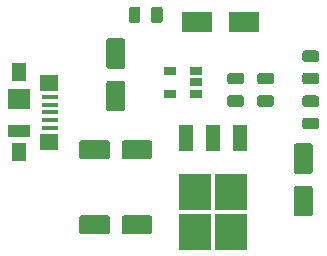
<source format=gbr>
G04 #@! TF.GenerationSoftware,KiCad,Pcbnew,(5.1.5)-3*
G04 #@! TF.CreationDate,2022-12-25T19:48:09-05:00*
G04 #@! TF.ProjectId,_autosave-Fuente_Alimentaci_n,5f617574-6f73-4617-9665-2d4675656e74,rev?*
G04 #@! TF.SameCoordinates,Original*
G04 #@! TF.FileFunction,Paste,Top*
G04 #@! TF.FilePolarity,Positive*
%FSLAX46Y46*%
G04 Gerber Fmt 4.6, Leading zero omitted, Abs format (unit mm)*
G04 Created by KiCad (PCBNEW (5.1.5)-3) date 2022-12-25 19:48:09*
%MOMM*%
%LPD*%
G04 APERTURE LIST*
%ADD10R,1.060000X0.650000*%
%ADD11C,0.100000*%
%ADD12R,1.380000X0.450000*%
%ADD13R,1.550000X1.425000*%
%ADD14R,1.300000X1.650000*%
%ADD15R,1.900000X1.800000*%
%ADD16R,1.900000X1.000000*%
%ADD17R,2.500000X1.800000*%
%ADD18R,1.200000X2.200000*%
%ADD19R,2.750000X3.050000*%
G04 APERTURE END LIST*
D10*
X84285000Y-96835000D03*
X84285000Y-95885000D03*
X84285000Y-94935000D03*
X82085000Y-94935000D03*
X82085000Y-96835000D03*
D11*
G36*
X88110142Y-96971174D02*
G01*
X88133803Y-96974684D01*
X88157007Y-96980496D01*
X88179529Y-96988554D01*
X88201153Y-96998782D01*
X88221670Y-97011079D01*
X88240883Y-97025329D01*
X88258607Y-97041393D01*
X88274671Y-97059117D01*
X88288921Y-97078330D01*
X88301218Y-97098847D01*
X88311446Y-97120471D01*
X88319504Y-97142993D01*
X88325316Y-97166197D01*
X88328826Y-97189858D01*
X88330000Y-97213750D01*
X88330000Y-97701250D01*
X88328826Y-97725142D01*
X88325316Y-97748803D01*
X88319504Y-97772007D01*
X88311446Y-97794529D01*
X88301218Y-97816153D01*
X88288921Y-97836670D01*
X88274671Y-97855883D01*
X88258607Y-97873607D01*
X88240883Y-97889671D01*
X88221670Y-97903921D01*
X88201153Y-97916218D01*
X88179529Y-97926446D01*
X88157007Y-97934504D01*
X88133803Y-97940316D01*
X88110142Y-97943826D01*
X88086250Y-97945000D01*
X87173750Y-97945000D01*
X87149858Y-97943826D01*
X87126197Y-97940316D01*
X87102993Y-97934504D01*
X87080471Y-97926446D01*
X87058847Y-97916218D01*
X87038330Y-97903921D01*
X87019117Y-97889671D01*
X87001393Y-97873607D01*
X86985329Y-97855883D01*
X86971079Y-97836670D01*
X86958782Y-97816153D01*
X86948554Y-97794529D01*
X86940496Y-97772007D01*
X86934684Y-97748803D01*
X86931174Y-97725142D01*
X86930000Y-97701250D01*
X86930000Y-97213750D01*
X86931174Y-97189858D01*
X86934684Y-97166197D01*
X86940496Y-97142993D01*
X86948554Y-97120471D01*
X86958782Y-97098847D01*
X86971079Y-97078330D01*
X86985329Y-97059117D01*
X87001393Y-97041393D01*
X87019117Y-97025329D01*
X87038330Y-97011079D01*
X87058847Y-96998782D01*
X87080471Y-96988554D01*
X87102993Y-96980496D01*
X87126197Y-96974684D01*
X87149858Y-96971174D01*
X87173750Y-96970000D01*
X88086250Y-96970000D01*
X88110142Y-96971174D01*
G37*
G36*
X88110142Y-95096174D02*
G01*
X88133803Y-95099684D01*
X88157007Y-95105496D01*
X88179529Y-95113554D01*
X88201153Y-95123782D01*
X88221670Y-95136079D01*
X88240883Y-95150329D01*
X88258607Y-95166393D01*
X88274671Y-95184117D01*
X88288921Y-95203330D01*
X88301218Y-95223847D01*
X88311446Y-95245471D01*
X88319504Y-95267993D01*
X88325316Y-95291197D01*
X88328826Y-95314858D01*
X88330000Y-95338750D01*
X88330000Y-95826250D01*
X88328826Y-95850142D01*
X88325316Y-95873803D01*
X88319504Y-95897007D01*
X88311446Y-95919529D01*
X88301218Y-95941153D01*
X88288921Y-95961670D01*
X88274671Y-95980883D01*
X88258607Y-95998607D01*
X88240883Y-96014671D01*
X88221670Y-96028921D01*
X88201153Y-96041218D01*
X88179529Y-96051446D01*
X88157007Y-96059504D01*
X88133803Y-96065316D01*
X88110142Y-96068826D01*
X88086250Y-96070000D01*
X87173750Y-96070000D01*
X87149858Y-96068826D01*
X87126197Y-96065316D01*
X87102993Y-96059504D01*
X87080471Y-96051446D01*
X87058847Y-96041218D01*
X87038330Y-96028921D01*
X87019117Y-96014671D01*
X87001393Y-95998607D01*
X86985329Y-95980883D01*
X86971079Y-95961670D01*
X86958782Y-95941153D01*
X86948554Y-95919529D01*
X86940496Y-95897007D01*
X86934684Y-95873803D01*
X86931174Y-95850142D01*
X86930000Y-95826250D01*
X86930000Y-95338750D01*
X86931174Y-95314858D01*
X86934684Y-95291197D01*
X86940496Y-95267993D01*
X86948554Y-95245471D01*
X86958782Y-95223847D01*
X86971079Y-95203330D01*
X86985329Y-95184117D01*
X87001393Y-95166393D01*
X87019117Y-95150329D01*
X87038330Y-95136079D01*
X87058847Y-95123782D01*
X87080471Y-95113554D01*
X87102993Y-95105496D01*
X87126197Y-95099684D01*
X87149858Y-95096174D01*
X87173750Y-95095000D01*
X88086250Y-95095000D01*
X88110142Y-95096174D01*
G37*
G36*
X90650142Y-96971174D02*
G01*
X90673803Y-96974684D01*
X90697007Y-96980496D01*
X90719529Y-96988554D01*
X90741153Y-96998782D01*
X90761670Y-97011079D01*
X90780883Y-97025329D01*
X90798607Y-97041393D01*
X90814671Y-97059117D01*
X90828921Y-97078330D01*
X90841218Y-97098847D01*
X90851446Y-97120471D01*
X90859504Y-97142993D01*
X90865316Y-97166197D01*
X90868826Y-97189858D01*
X90870000Y-97213750D01*
X90870000Y-97701250D01*
X90868826Y-97725142D01*
X90865316Y-97748803D01*
X90859504Y-97772007D01*
X90851446Y-97794529D01*
X90841218Y-97816153D01*
X90828921Y-97836670D01*
X90814671Y-97855883D01*
X90798607Y-97873607D01*
X90780883Y-97889671D01*
X90761670Y-97903921D01*
X90741153Y-97916218D01*
X90719529Y-97926446D01*
X90697007Y-97934504D01*
X90673803Y-97940316D01*
X90650142Y-97943826D01*
X90626250Y-97945000D01*
X89713750Y-97945000D01*
X89689858Y-97943826D01*
X89666197Y-97940316D01*
X89642993Y-97934504D01*
X89620471Y-97926446D01*
X89598847Y-97916218D01*
X89578330Y-97903921D01*
X89559117Y-97889671D01*
X89541393Y-97873607D01*
X89525329Y-97855883D01*
X89511079Y-97836670D01*
X89498782Y-97816153D01*
X89488554Y-97794529D01*
X89480496Y-97772007D01*
X89474684Y-97748803D01*
X89471174Y-97725142D01*
X89470000Y-97701250D01*
X89470000Y-97213750D01*
X89471174Y-97189858D01*
X89474684Y-97166197D01*
X89480496Y-97142993D01*
X89488554Y-97120471D01*
X89498782Y-97098847D01*
X89511079Y-97078330D01*
X89525329Y-97059117D01*
X89541393Y-97041393D01*
X89559117Y-97025329D01*
X89578330Y-97011079D01*
X89598847Y-96998782D01*
X89620471Y-96988554D01*
X89642993Y-96980496D01*
X89666197Y-96974684D01*
X89689858Y-96971174D01*
X89713750Y-96970000D01*
X90626250Y-96970000D01*
X90650142Y-96971174D01*
G37*
G36*
X90650142Y-95096174D02*
G01*
X90673803Y-95099684D01*
X90697007Y-95105496D01*
X90719529Y-95113554D01*
X90741153Y-95123782D01*
X90761670Y-95136079D01*
X90780883Y-95150329D01*
X90798607Y-95166393D01*
X90814671Y-95184117D01*
X90828921Y-95203330D01*
X90841218Y-95223847D01*
X90851446Y-95245471D01*
X90859504Y-95267993D01*
X90865316Y-95291197D01*
X90868826Y-95314858D01*
X90870000Y-95338750D01*
X90870000Y-95826250D01*
X90868826Y-95850142D01*
X90865316Y-95873803D01*
X90859504Y-95897007D01*
X90851446Y-95919529D01*
X90841218Y-95941153D01*
X90828921Y-95961670D01*
X90814671Y-95980883D01*
X90798607Y-95998607D01*
X90780883Y-96014671D01*
X90761670Y-96028921D01*
X90741153Y-96041218D01*
X90719529Y-96051446D01*
X90697007Y-96059504D01*
X90673803Y-96065316D01*
X90650142Y-96068826D01*
X90626250Y-96070000D01*
X89713750Y-96070000D01*
X89689858Y-96068826D01*
X89666197Y-96065316D01*
X89642993Y-96059504D01*
X89620471Y-96051446D01*
X89598847Y-96041218D01*
X89578330Y-96028921D01*
X89559117Y-96014671D01*
X89541393Y-95998607D01*
X89525329Y-95980883D01*
X89511079Y-95961670D01*
X89498782Y-95941153D01*
X89488554Y-95919529D01*
X89480496Y-95897007D01*
X89474684Y-95873803D01*
X89471174Y-95850142D01*
X89470000Y-95826250D01*
X89470000Y-95338750D01*
X89471174Y-95314858D01*
X89474684Y-95291197D01*
X89480496Y-95267993D01*
X89488554Y-95245471D01*
X89498782Y-95223847D01*
X89511079Y-95203330D01*
X89525329Y-95184117D01*
X89541393Y-95166393D01*
X89559117Y-95150329D01*
X89578330Y-95136079D01*
X89598847Y-95123782D01*
X89620471Y-95113554D01*
X89642993Y-95105496D01*
X89666197Y-95099684D01*
X89689858Y-95096174D01*
X89713750Y-95095000D01*
X90626250Y-95095000D01*
X90650142Y-95096174D01*
G37*
D12*
X71945000Y-97125000D03*
X71945000Y-97775000D03*
X71945000Y-98425000D03*
X71945000Y-99075000D03*
X71945000Y-99725000D03*
D13*
X71860000Y-95937500D03*
X71860000Y-100912500D03*
D14*
X69285000Y-95050000D03*
X69285000Y-101800000D03*
D15*
X69285000Y-97275000D03*
D16*
X69285000Y-99975000D03*
D11*
G36*
X79340142Y-89471174D02*
G01*
X79363803Y-89474684D01*
X79387007Y-89480496D01*
X79409529Y-89488554D01*
X79431153Y-89498782D01*
X79451670Y-89511079D01*
X79470883Y-89525329D01*
X79488607Y-89541393D01*
X79504671Y-89559117D01*
X79518921Y-89578330D01*
X79531218Y-89598847D01*
X79541446Y-89620471D01*
X79549504Y-89642993D01*
X79555316Y-89666197D01*
X79558826Y-89689858D01*
X79560000Y-89713750D01*
X79560000Y-90626250D01*
X79558826Y-90650142D01*
X79555316Y-90673803D01*
X79549504Y-90697007D01*
X79541446Y-90719529D01*
X79531218Y-90741153D01*
X79518921Y-90761670D01*
X79504671Y-90780883D01*
X79488607Y-90798607D01*
X79470883Y-90814671D01*
X79451670Y-90828921D01*
X79431153Y-90841218D01*
X79409529Y-90851446D01*
X79387007Y-90859504D01*
X79363803Y-90865316D01*
X79340142Y-90868826D01*
X79316250Y-90870000D01*
X78828750Y-90870000D01*
X78804858Y-90868826D01*
X78781197Y-90865316D01*
X78757993Y-90859504D01*
X78735471Y-90851446D01*
X78713847Y-90841218D01*
X78693330Y-90828921D01*
X78674117Y-90814671D01*
X78656393Y-90798607D01*
X78640329Y-90780883D01*
X78626079Y-90761670D01*
X78613782Y-90741153D01*
X78603554Y-90719529D01*
X78595496Y-90697007D01*
X78589684Y-90673803D01*
X78586174Y-90650142D01*
X78585000Y-90626250D01*
X78585000Y-89713750D01*
X78586174Y-89689858D01*
X78589684Y-89666197D01*
X78595496Y-89642993D01*
X78603554Y-89620471D01*
X78613782Y-89598847D01*
X78626079Y-89578330D01*
X78640329Y-89559117D01*
X78656393Y-89541393D01*
X78674117Y-89525329D01*
X78693330Y-89511079D01*
X78713847Y-89498782D01*
X78735471Y-89488554D01*
X78757993Y-89480496D01*
X78781197Y-89474684D01*
X78804858Y-89471174D01*
X78828750Y-89470000D01*
X79316250Y-89470000D01*
X79340142Y-89471174D01*
G37*
G36*
X81215142Y-89471174D02*
G01*
X81238803Y-89474684D01*
X81262007Y-89480496D01*
X81284529Y-89488554D01*
X81306153Y-89498782D01*
X81326670Y-89511079D01*
X81345883Y-89525329D01*
X81363607Y-89541393D01*
X81379671Y-89559117D01*
X81393921Y-89578330D01*
X81406218Y-89598847D01*
X81416446Y-89620471D01*
X81424504Y-89642993D01*
X81430316Y-89666197D01*
X81433826Y-89689858D01*
X81435000Y-89713750D01*
X81435000Y-90626250D01*
X81433826Y-90650142D01*
X81430316Y-90673803D01*
X81424504Y-90697007D01*
X81416446Y-90719529D01*
X81406218Y-90741153D01*
X81393921Y-90761670D01*
X81379671Y-90780883D01*
X81363607Y-90798607D01*
X81345883Y-90814671D01*
X81326670Y-90828921D01*
X81306153Y-90841218D01*
X81284529Y-90851446D01*
X81262007Y-90859504D01*
X81238803Y-90865316D01*
X81215142Y-90868826D01*
X81191250Y-90870000D01*
X80703750Y-90870000D01*
X80679858Y-90868826D01*
X80656197Y-90865316D01*
X80632993Y-90859504D01*
X80610471Y-90851446D01*
X80588847Y-90841218D01*
X80568330Y-90828921D01*
X80549117Y-90814671D01*
X80531393Y-90798607D01*
X80515329Y-90780883D01*
X80501079Y-90761670D01*
X80488782Y-90741153D01*
X80478554Y-90719529D01*
X80470496Y-90697007D01*
X80464684Y-90673803D01*
X80461174Y-90650142D01*
X80460000Y-90626250D01*
X80460000Y-89713750D01*
X80461174Y-89689858D01*
X80464684Y-89666197D01*
X80470496Y-89642993D01*
X80478554Y-89620471D01*
X80488782Y-89598847D01*
X80501079Y-89578330D01*
X80515329Y-89559117D01*
X80531393Y-89541393D01*
X80549117Y-89525329D01*
X80568330Y-89511079D01*
X80588847Y-89498782D01*
X80610471Y-89488554D01*
X80632993Y-89480496D01*
X80656197Y-89474684D01*
X80679858Y-89471174D01*
X80703750Y-89470000D01*
X81191250Y-89470000D01*
X81215142Y-89471174D01*
G37*
G36*
X78044504Y-92151204D02*
G01*
X78068773Y-92154804D01*
X78092571Y-92160765D01*
X78115671Y-92169030D01*
X78137849Y-92179520D01*
X78158893Y-92192133D01*
X78178598Y-92206747D01*
X78196777Y-92223223D01*
X78213253Y-92241402D01*
X78227867Y-92261107D01*
X78240480Y-92282151D01*
X78250970Y-92304329D01*
X78259235Y-92327429D01*
X78265196Y-92351227D01*
X78268796Y-92375496D01*
X78270000Y-92400000D01*
X78270000Y-94500000D01*
X78268796Y-94524504D01*
X78265196Y-94548773D01*
X78259235Y-94572571D01*
X78250970Y-94595671D01*
X78240480Y-94617849D01*
X78227867Y-94638893D01*
X78213253Y-94658598D01*
X78196777Y-94676777D01*
X78178598Y-94693253D01*
X78158893Y-94707867D01*
X78137849Y-94720480D01*
X78115671Y-94730970D01*
X78092571Y-94739235D01*
X78068773Y-94745196D01*
X78044504Y-94748796D01*
X78020000Y-94750000D01*
X76920000Y-94750000D01*
X76895496Y-94748796D01*
X76871227Y-94745196D01*
X76847429Y-94739235D01*
X76824329Y-94730970D01*
X76802151Y-94720480D01*
X76781107Y-94707867D01*
X76761402Y-94693253D01*
X76743223Y-94676777D01*
X76726747Y-94658598D01*
X76712133Y-94638893D01*
X76699520Y-94617849D01*
X76689030Y-94595671D01*
X76680765Y-94572571D01*
X76674804Y-94548773D01*
X76671204Y-94524504D01*
X76670000Y-94500000D01*
X76670000Y-92400000D01*
X76671204Y-92375496D01*
X76674804Y-92351227D01*
X76680765Y-92327429D01*
X76689030Y-92304329D01*
X76699520Y-92282151D01*
X76712133Y-92261107D01*
X76726747Y-92241402D01*
X76743223Y-92223223D01*
X76761402Y-92206747D01*
X76781107Y-92192133D01*
X76802151Y-92179520D01*
X76824329Y-92169030D01*
X76847429Y-92160765D01*
X76871227Y-92154804D01*
X76895496Y-92151204D01*
X76920000Y-92150000D01*
X78020000Y-92150000D01*
X78044504Y-92151204D01*
G37*
G36*
X78044504Y-95751204D02*
G01*
X78068773Y-95754804D01*
X78092571Y-95760765D01*
X78115671Y-95769030D01*
X78137849Y-95779520D01*
X78158893Y-95792133D01*
X78178598Y-95806747D01*
X78196777Y-95823223D01*
X78213253Y-95841402D01*
X78227867Y-95861107D01*
X78240480Y-95882151D01*
X78250970Y-95904329D01*
X78259235Y-95927429D01*
X78265196Y-95951227D01*
X78268796Y-95975496D01*
X78270000Y-96000000D01*
X78270000Y-98100000D01*
X78268796Y-98124504D01*
X78265196Y-98148773D01*
X78259235Y-98172571D01*
X78250970Y-98195671D01*
X78240480Y-98217849D01*
X78227867Y-98238893D01*
X78213253Y-98258598D01*
X78196777Y-98276777D01*
X78178598Y-98293253D01*
X78158893Y-98307867D01*
X78137849Y-98320480D01*
X78115671Y-98330970D01*
X78092571Y-98339235D01*
X78068773Y-98345196D01*
X78044504Y-98348796D01*
X78020000Y-98350000D01*
X76920000Y-98350000D01*
X76895496Y-98348796D01*
X76871227Y-98345196D01*
X76847429Y-98339235D01*
X76824329Y-98330970D01*
X76802151Y-98320480D01*
X76781107Y-98307867D01*
X76761402Y-98293253D01*
X76743223Y-98276777D01*
X76726747Y-98258598D01*
X76712133Y-98238893D01*
X76699520Y-98217849D01*
X76689030Y-98195671D01*
X76680765Y-98172571D01*
X76674804Y-98148773D01*
X76671204Y-98124504D01*
X76670000Y-98100000D01*
X76670000Y-96000000D01*
X76671204Y-95975496D01*
X76674804Y-95951227D01*
X76680765Y-95927429D01*
X76689030Y-95904329D01*
X76699520Y-95882151D01*
X76712133Y-95861107D01*
X76726747Y-95841402D01*
X76743223Y-95823223D01*
X76761402Y-95806747D01*
X76781107Y-95792133D01*
X76802151Y-95779520D01*
X76824329Y-95769030D01*
X76847429Y-95760765D01*
X76871227Y-95754804D01*
X76895496Y-95751204D01*
X76920000Y-95750000D01*
X78020000Y-95750000D01*
X78044504Y-95751204D01*
G37*
G36*
X76744504Y-100801204D02*
G01*
X76768773Y-100804804D01*
X76792571Y-100810765D01*
X76815671Y-100819030D01*
X76837849Y-100829520D01*
X76858893Y-100842133D01*
X76878598Y-100856747D01*
X76896777Y-100873223D01*
X76913253Y-100891402D01*
X76927867Y-100911107D01*
X76940480Y-100932151D01*
X76950970Y-100954329D01*
X76959235Y-100977429D01*
X76965196Y-101001227D01*
X76968796Y-101025496D01*
X76970000Y-101050000D01*
X76970000Y-102150000D01*
X76968796Y-102174504D01*
X76965196Y-102198773D01*
X76959235Y-102222571D01*
X76950970Y-102245671D01*
X76940480Y-102267849D01*
X76927867Y-102288893D01*
X76913253Y-102308598D01*
X76896777Y-102326777D01*
X76878598Y-102343253D01*
X76858893Y-102357867D01*
X76837849Y-102370480D01*
X76815671Y-102380970D01*
X76792571Y-102389235D01*
X76768773Y-102395196D01*
X76744504Y-102398796D01*
X76720000Y-102400000D01*
X74620000Y-102400000D01*
X74595496Y-102398796D01*
X74571227Y-102395196D01*
X74547429Y-102389235D01*
X74524329Y-102380970D01*
X74502151Y-102370480D01*
X74481107Y-102357867D01*
X74461402Y-102343253D01*
X74443223Y-102326777D01*
X74426747Y-102308598D01*
X74412133Y-102288893D01*
X74399520Y-102267849D01*
X74389030Y-102245671D01*
X74380765Y-102222571D01*
X74374804Y-102198773D01*
X74371204Y-102174504D01*
X74370000Y-102150000D01*
X74370000Y-101050000D01*
X74371204Y-101025496D01*
X74374804Y-101001227D01*
X74380765Y-100977429D01*
X74389030Y-100954329D01*
X74399520Y-100932151D01*
X74412133Y-100911107D01*
X74426747Y-100891402D01*
X74443223Y-100873223D01*
X74461402Y-100856747D01*
X74481107Y-100842133D01*
X74502151Y-100829520D01*
X74524329Y-100819030D01*
X74547429Y-100810765D01*
X74571227Y-100804804D01*
X74595496Y-100801204D01*
X74620000Y-100800000D01*
X76720000Y-100800000D01*
X76744504Y-100801204D01*
G37*
G36*
X80344504Y-100801204D02*
G01*
X80368773Y-100804804D01*
X80392571Y-100810765D01*
X80415671Y-100819030D01*
X80437849Y-100829520D01*
X80458893Y-100842133D01*
X80478598Y-100856747D01*
X80496777Y-100873223D01*
X80513253Y-100891402D01*
X80527867Y-100911107D01*
X80540480Y-100932151D01*
X80550970Y-100954329D01*
X80559235Y-100977429D01*
X80565196Y-101001227D01*
X80568796Y-101025496D01*
X80570000Y-101050000D01*
X80570000Y-102150000D01*
X80568796Y-102174504D01*
X80565196Y-102198773D01*
X80559235Y-102222571D01*
X80550970Y-102245671D01*
X80540480Y-102267849D01*
X80527867Y-102288893D01*
X80513253Y-102308598D01*
X80496777Y-102326777D01*
X80478598Y-102343253D01*
X80458893Y-102357867D01*
X80437849Y-102370480D01*
X80415671Y-102380970D01*
X80392571Y-102389235D01*
X80368773Y-102395196D01*
X80344504Y-102398796D01*
X80320000Y-102400000D01*
X78220000Y-102400000D01*
X78195496Y-102398796D01*
X78171227Y-102395196D01*
X78147429Y-102389235D01*
X78124329Y-102380970D01*
X78102151Y-102370480D01*
X78081107Y-102357867D01*
X78061402Y-102343253D01*
X78043223Y-102326777D01*
X78026747Y-102308598D01*
X78012133Y-102288893D01*
X77999520Y-102267849D01*
X77989030Y-102245671D01*
X77980765Y-102222571D01*
X77974804Y-102198773D01*
X77971204Y-102174504D01*
X77970000Y-102150000D01*
X77970000Y-101050000D01*
X77971204Y-101025496D01*
X77974804Y-101001227D01*
X77980765Y-100977429D01*
X77989030Y-100954329D01*
X77999520Y-100932151D01*
X78012133Y-100911107D01*
X78026747Y-100891402D01*
X78043223Y-100873223D01*
X78061402Y-100856747D01*
X78081107Y-100842133D01*
X78102151Y-100829520D01*
X78124329Y-100819030D01*
X78147429Y-100810765D01*
X78171227Y-100804804D01*
X78195496Y-100801204D01*
X78220000Y-100800000D01*
X80320000Y-100800000D01*
X80344504Y-100801204D01*
G37*
G36*
X93919504Y-101041204D02*
G01*
X93943773Y-101044804D01*
X93967571Y-101050765D01*
X93990671Y-101059030D01*
X94012849Y-101069520D01*
X94033893Y-101082133D01*
X94053598Y-101096747D01*
X94071777Y-101113223D01*
X94088253Y-101131402D01*
X94102867Y-101151107D01*
X94115480Y-101172151D01*
X94125970Y-101194329D01*
X94134235Y-101217429D01*
X94140196Y-101241227D01*
X94143796Y-101265496D01*
X94145000Y-101290000D01*
X94145000Y-103390000D01*
X94143796Y-103414504D01*
X94140196Y-103438773D01*
X94134235Y-103462571D01*
X94125970Y-103485671D01*
X94115480Y-103507849D01*
X94102867Y-103528893D01*
X94088253Y-103548598D01*
X94071777Y-103566777D01*
X94053598Y-103583253D01*
X94033893Y-103597867D01*
X94012849Y-103610480D01*
X93990671Y-103620970D01*
X93967571Y-103629235D01*
X93943773Y-103635196D01*
X93919504Y-103638796D01*
X93895000Y-103640000D01*
X92795000Y-103640000D01*
X92770496Y-103638796D01*
X92746227Y-103635196D01*
X92722429Y-103629235D01*
X92699329Y-103620970D01*
X92677151Y-103610480D01*
X92656107Y-103597867D01*
X92636402Y-103583253D01*
X92618223Y-103566777D01*
X92601747Y-103548598D01*
X92587133Y-103528893D01*
X92574520Y-103507849D01*
X92564030Y-103485671D01*
X92555765Y-103462571D01*
X92549804Y-103438773D01*
X92546204Y-103414504D01*
X92545000Y-103390000D01*
X92545000Y-101290000D01*
X92546204Y-101265496D01*
X92549804Y-101241227D01*
X92555765Y-101217429D01*
X92564030Y-101194329D01*
X92574520Y-101172151D01*
X92587133Y-101151107D01*
X92601747Y-101131402D01*
X92618223Y-101113223D01*
X92636402Y-101096747D01*
X92656107Y-101082133D01*
X92677151Y-101069520D01*
X92699329Y-101059030D01*
X92722429Y-101050765D01*
X92746227Y-101044804D01*
X92770496Y-101041204D01*
X92795000Y-101040000D01*
X93895000Y-101040000D01*
X93919504Y-101041204D01*
G37*
G36*
X93919504Y-104641204D02*
G01*
X93943773Y-104644804D01*
X93967571Y-104650765D01*
X93990671Y-104659030D01*
X94012849Y-104669520D01*
X94033893Y-104682133D01*
X94053598Y-104696747D01*
X94071777Y-104713223D01*
X94088253Y-104731402D01*
X94102867Y-104751107D01*
X94115480Y-104772151D01*
X94125970Y-104794329D01*
X94134235Y-104817429D01*
X94140196Y-104841227D01*
X94143796Y-104865496D01*
X94145000Y-104890000D01*
X94145000Y-106990000D01*
X94143796Y-107014504D01*
X94140196Y-107038773D01*
X94134235Y-107062571D01*
X94125970Y-107085671D01*
X94115480Y-107107849D01*
X94102867Y-107128893D01*
X94088253Y-107148598D01*
X94071777Y-107166777D01*
X94053598Y-107183253D01*
X94033893Y-107197867D01*
X94012849Y-107210480D01*
X93990671Y-107220970D01*
X93967571Y-107229235D01*
X93943773Y-107235196D01*
X93919504Y-107238796D01*
X93895000Y-107240000D01*
X92795000Y-107240000D01*
X92770496Y-107238796D01*
X92746227Y-107235196D01*
X92722429Y-107229235D01*
X92699329Y-107220970D01*
X92677151Y-107210480D01*
X92656107Y-107197867D01*
X92636402Y-107183253D01*
X92618223Y-107166777D01*
X92601747Y-107148598D01*
X92587133Y-107128893D01*
X92574520Y-107107849D01*
X92564030Y-107085671D01*
X92555765Y-107062571D01*
X92549804Y-107038773D01*
X92546204Y-107014504D01*
X92545000Y-106990000D01*
X92545000Y-104890000D01*
X92546204Y-104865496D01*
X92549804Y-104841227D01*
X92555765Y-104817429D01*
X92564030Y-104794329D01*
X92574520Y-104772151D01*
X92587133Y-104751107D01*
X92601747Y-104731402D01*
X92618223Y-104713223D01*
X92636402Y-104696747D01*
X92656107Y-104682133D01*
X92677151Y-104669520D01*
X92699329Y-104659030D01*
X92722429Y-104650765D01*
X92746227Y-104644804D01*
X92770496Y-104641204D01*
X92795000Y-104640000D01*
X93895000Y-104640000D01*
X93919504Y-104641204D01*
G37*
D17*
X84360000Y-90805000D03*
X88360000Y-90805000D03*
D11*
G36*
X94460142Y-97001174D02*
G01*
X94483803Y-97004684D01*
X94507007Y-97010496D01*
X94529529Y-97018554D01*
X94551153Y-97028782D01*
X94571670Y-97041079D01*
X94590883Y-97055329D01*
X94608607Y-97071393D01*
X94624671Y-97089117D01*
X94638921Y-97108330D01*
X94651218Y-97128847D01*
X94661446Y-97150471D01*
X94669504Y-97172993D01*
X94675316Y-97196197D01*
X94678826Y-97219858D01*
X94680000Y-97243750D01*
X94680000Y-97731250D01*
X94678826Y-97755142D01*
X94675316Y-97778803D01*
X94669504Y-97802007D01*
X94661446Y-97824529D01*
X94651218Y-97846153D01*
X94638921Y-97866670D01*
X94624671Y-97885883D01*
X94608607Y-97903607D01*
X94590883Y-97919671D01*
X94571670Y-97933921D01*
X94551153Y-97946218D01*
X94529529Y-97956446D01*
X94507007Y-97964504D01*
X94483803Y-97970316D01*
X94460142Y-97973826D01*
X94436250Y-97975000D01*
X93523750Y-97975000D01*
X93499858Y-97973826D01*
X93476197Y-97970316D01*
X93452993Y-97964504D01*
X93430471Y-97956446D01*
X93408847Y-97946218D01*
X93388330Y-97933921D01*
X93369117Y-97919671D01*
X93351393Y-97903607D01*
X93335329Y-97885883D01*
X93321079Y-97866670D01*
X93308782Y-97846153D01*
X93298554Y-97824529D01*
X93290496Y-97802007D01*
X93284684Y-97778803D01*
X93281174Y-97755142D01*
X93280000Y-97731250D01*
X93280000Y-97243750D01*
X93281174Y-97219858D01*
X93284684Y-97196197D01*
X93290496Y-97172993D01*
X93298554Y-97150471D01*
X93308782Y-97128847D01*
X93321079Y-97108330D01*
X93335329Y-97089117D01*
X93351393Y-97071393D01*
X93369117Y-97055329D01*
X93388330Y-97041079D01*
X93408847Y-97028782D01*
X93430471Y-97018554D01*
X93452993Y-97010496D01*
X93476197Y-97004684D01*
X93499858Y-97001174D01*
X93523750Y-97000000D01*
X94436250Y-97000000D01*
X94460142Y-97001174D01*
G37*
G36*
X94460142Y-98876174D02*
G01*
X94483803Y-98879684D01*
X94507007Y-98885496D01*
X94529529Y-98893554D01*
X94551153Y-98903782D01*
X94571670Y-98916079D01*
X94590883Y-98930329D01*
X94608607Y-98946393D01*
X94624671Y-98964117D01*
X94638921Y-98983330D01*
X94651218Y-99003847D01*
X94661446Y-99025471D01*
X94669504Y-99047993D01*
X94675316Y-99071197D01*
X94678826Y-99094858D01*
X94680000Y-99118750D01*
X94680000Y-99606250D01*
X94678826Y-99630142D01*
X94675316Y-99653803D01*
X94669504Y-99677007D01*
X94661446Y-99699529D01*
X94651218Y-99721153D01*
X94638921Y-99741670D01*
X94624671Y-99760883D01*
X94608607Y-99778607D01*
X94590883Y-99794671D01*
X94571670Y-99808921D01*
X94551153Y-99821218D01*
X94529529Y-99831446D01*
X94507007Y-99839504D01*
X94483803Y-99845316D01*
X94460142Y-99848826D01*
X94436250Y-99850000D01*
X93523750Y-99850000D01*
X93499858Y-99848826D01*
X93476197Y-99845316D01*
X93452993Y-99839504D01*
X93430471Y-99831446D01*
X93408847Y-99821218D01*
X93388330Y-99808921D01*
X93369117Y-99794671D01*
X93351393Y-99778607D01*
X93335329Y-99760883D01*
X93321079Y-99741670D01*
X93308782Y-99721153D01*
X93298554Y-99699529D01*
X93290496Y-99677007D01*
X93284684Y-99653803D01*
X93281174Y-99630142D01*
X93280000Y-99606250D01*
X93280000Y-99118750D01*
X93281174Y-99094858D01*
X93284684Y-99071197D01*
X93290496Y-99047993D01*
X93298554Y-99025471D01*
X93308782Y-99003847D01*
X93321079Y-98983330D01*
X93335329Y-98964117D01*
X93351393Y-98946393D01*
X93369117Y-98930329D01*
X93388330Y-98916079D01*
X93408847Y-98903782D01*
X93430471Y-98893554D01*
X93452993Y-98885496D01*
X93476197Y-98879684D01*
X93499858Y-98876174D01*
X93523750Y-98875000D01*
X94436250Y-98875000D01*
X94460142Y-98876174D01*
G37*
G36*
X94460142Y-93191174D02*
G01*
X94483803Y-93194684D01*
X94507007Y-93200496D01*
X94529529Y-93208554D01*
X94551153Y-93218782D01*
X94571670Y-93231079D01*
X94590883Y-93245329D01*
X94608607Y-93261393D01*
X94624671Y-93279117D01*
X94638921Y-93298330D01*
X94651218Y-93318847D01*
X94661446Y-93340471D01*
X94669504Y-93362993D01*
X94675316Y-93386197D01*
X94678826Y-93409858D01*
X94680000Y-93433750D01*
X94680000Y-93921250D01*
X94678826Y-93945142D01*
X94675316Y-93968803D01*
X94669504Y-93992007D01*
X94661446Y-94014529D01*
X94651218Y-94036153D01*
X94638921Y-94056670D01*
X94624671Y-94075883D01*
X94608607Y-94093607D01*
X94590883Y-94109671D01*
X94571670Y-94123921D01*
X94551153Y-94136218D01*
X94529529Y-94146446D01*
X94507007Y-94154504D01*
X94483803Y-94160316D01*
X94460142Y-94163826D01*
X94436250Y-94165000D01*
X93523750Y-94165000D01*
X93499858Y-94163826D01*
X93476197Y-94160316D01*
X93452993Y-94154504D01*
X93430471Y-94146446D01*
X93408847Y-94136218D01*
X93388330Y-94123921D01*
X93369117Y-94109671D01*
X93351393Y-94093607D01*
X93335329Y-94075883D01*
X93321079Y-94056670D01*
X93308782Y-94036153D01*
X93298554Y-94014529D01*
X93290496Y-93992007D01*
X93284684Y-93968803D01*
X93281174Y-93945142D01*
X93280000Y-93921250D01*
X93280000Y-93433750D01*
X93281174Y-93409858D01*
X93284684Y-93386197D01*
X93290496Y-93362993D01*
X93298554Y-93340471D01*
X93308782Y-93318847D01*
X93321079Y-93298330D01*
X93335329Y-93279117D01*
X93351393Y-93261393D01*
X93369117Y-93245329D01*
X93388330Y-93231079D01*
X93408847Y-93218782D01*
X93430471Y-93208554D01*
X93452993Y-93200496D01*
X93476197Y-93194684D01*
X93499858Y-93191174D01*
X93523750Y-93190000D01*
X94436250Y-93190000D01*
X94460142Y-93191174D01*
G37*
G36*
X94460142Y-95066174D02*
G01*
X94483803Y-95069684D01*
X94507007Y-95075496D01*
X94529529Y-95083554D01*
X94551153Y-95093782D01*
X94571670Y-95106079D01*
X94590883Y-95120329D01*
X94608607Y-95136393D01*
X94624671Y-95154117D01*
X94638921Y-95173330D01*
X94651218Y-95193847D01*
X94661446Y-95215471D01*
X94669504Y-95237993D01*
X94675316Y-95261197D01*
X94678826Y-95284858D01*
X94680000Y-95308750D01*
X94680000Y-95796250D01*
X94678826Y-95820142D01*
X94675316Y-95843803D01*
X94669504Y-95867007D01*
X94661446Y-95889529D01*
X94651218Y-95911153D01*
X94638921Y-95931670D01*
X94624671Y-95950883D01*
X94608607Y-95968607D01*
X94590883Y-95984671D01*
X94571670Y-95998921D01*
X94551153Y-96011218D01*
X94529529Y-96021446D01*
X94507007Y-96029504D01*
X94483803Y-96035316D01*
X94460142Y-96038826D01*
X94436250Y-96040000D01*
X93523750Y-96040000D01*
X93499858Y-96038826D01*
X93476197Y-96035316D01*
X93452993Y-96029504D01*
X93430471Y-96021446D01*
X93408847Y-96011218D01*
X93388330Y-95998921D01*
X93369117Y-95984671D01*
X93351393Y-95968607D01*
X93335329Y-95950883D01*
X93321079Y-95931670D01*
X93308782Y-95911153D01*
X93298554Y-95889529D01*
X93290496Y-95867007D01*
X93284684Y-95843803D01*
X93281174Y-95820142D01*
X93280000Y-95796250D01*
X93280000Y-95308750D01*
X93281174Y-95284858D01*
X93284684Y-95261197D01*
X93290496Y-95237993D01*
X93298554Y-95215471D01*
X93308782Y-95193847D01*
X93321079Y-95173330D01*
X93335329Y-95154117D01*
X93351393Y-95136393D01*
X93369117Y-95120329D01*
X93388330Y-95106079D01*
X93408847Y-95093782D01*
X93430471Y-95083554D01*
X93452993Y-95075496D01*
X93476197Y-95069684D01*
X93499858Y-95066174D01*
X93523750Y-95065000D01*
X94436250Y-95065000D01*
X94460142Y-95066174D01*
G37*
G36*
X76744504Y-107151204D02*
G01*
X76768773Y-107154804D01*
X76792571Y-107160765D01*
X76815671Y-107169030D01*
X76837849Y-107179520D01*
X76858893Y-107192133D01*
X76878598Y-107206747D01*
X76896777Y-107223223D01*
X76913253Y-107241402D01*
X76927867Y-107261107D01*
X76940480Y-107282151D01*
X76950970Y-107304329D01*
X76959235Y-107327429D01*
X76965196Y-107351227D01*
X76968796Y-107375496D01*
X76970000Y-107400000D01*
X76970000Y-108500000D01*
X76968796Y-108524504D01*
X76965196Y-108548773D01*
X76959235Y-108572571D01*
X76950970Y-108595671D01*
X76940480Y-108617849D01*
X76927867Y-108638893D01*
X76913253Y-108658598D01*
X76896777Y-108676777D01*
X76878598Y-108693253D01*
X76858893Y-108707867D01*
X76837849Y-108720480D01*
X76815671Y-108730970D01*
X76792571Y-108739235D01*
X76768773Y-108745196D01*
X76744504Y-108748796D01*
X76720000Y-108750000D01*
X74620000Y-108750000D01*
X74595496Y-108748796D01*
X74571227Y-108745196D01*
X74547429Y-108739235D01*
X74524329Y-108730970D01*
X74502151Y-108720480D01*
X74481107Y-108707867D01*
X74461402Y-108693253D01*
X74443223Y-108676777D01*
X74426747Y-108658598D01*
X74412133Y-108638893D01*
X74399520Y-108617849D01*
X74389030Y-108595671D01*
X74380765Y-108572571D01*
X74374804Y-108548773D01*
X74371204Y-108524504D01*
X74370000Y-108500000D01*
X74370000Y-107400000D01*
X74371204Y-107375496D01*
X74374804Y-107351227D01*
X74380765Y-107327429D01*
X74389030Y-107304329D01*
X74399520Y-107282151D01*
X74412133Y-107261107D01*
X74426747Y-107241402D01*
X74443223Y-107223223D01*
X74461402Y-107206747D01*
X74481107Y-107192133D01*
X74502151Y-107179520D01*
X74524329Y-107169030D01*
X74547429Y-107160765D01*
X74571227Y-107154804D01*
X74595496Y-107151204D01*
X74620000Y-107150000D01*
X76720000Y-107150000D01*
X76744504Y-107151204D01*
G37*
G36*
X80344504Y-107151204D02*
G01*
X80368773Y-107154804D01*
X80392571Y-107160765D01*
X80415671Y-107169030D01*
X80437849Y-107179520D01*
X80458893Y-107192133D01*
X80478598Y-107206747D01*
X80496777Y-107223223D01*
X80513253Y-107241402D01*
X80527867Y-107261107D01*
X80540480Y-107282151D01*
X80550970Y-107304329D01*
X80559235Y-107327429D01*
X80565196Y-107351227D01*
X80568796Y-107375496D01*
X80570000Y-107400000D01*
X80570000Y-108500000D01*
X80568796Y-108524504D01*
X80565196Y-108548773D01*
X80559235Y-108572571D01*
X80550970Y-108595671D01*
X80540480Y-108617849D01*
X80527867Y-108638893D01*
X80513253Y-108658598D01*
X80496777Y-108676777D01*
X80478598Y-108693253D01*
X80458893Y-108707867D01*
X80437849Y-108720480D01*
X80415671Y-108730970D01*
X80392571Y-108739235D01*
X80368773Y-108745196D01*
X80344504Y-108748796D01*
X80320000Y-108750000D01*
X78220000Y-108750000D01*
X78195496Y-108748796D01*
X78171227Y-108745196D01*
X78147429Y-108739235D01*
X78124329Y-108730970D01*
X78102151Y-108720480D01*
X78081107Y-108707867D01*
X78061402Y-108693253D01*
X78043223Y-108676777D01*
X78026747Y-108658598D01*
X78012133Y-108638893D01*
X77999520Y-108617849D01*
X77989030Y-108595671D01*
X77980765Y-108572571D01*
X77974804Y-108548773D01*
X77971204Y-108524504D01*
X77970000Y-108500000D01*
X77970000Y-107400000D01*
X77971204Y-107375496D01*
X77974804Y-107351227D01*
X77980765Y-107327429D01*
X77989030Y-107304329D01*
X77999520Y-107282151D01*
X78012133Y-107261107D01*
X78026747Y-107241402D01*
X78043223Y-107223223D01*
X78061402Y-107206747D01*
X78081107Y-107192133D01*
X78102151Y-107179520D01*
X78124329Y-107169030D01*
X78147429Y-107160765D01*
X78171227Y-107154804D01*
X78195496Y-107151204D01*
X78220000Y-107150000D01*
X80320000Y-107150000D01*
X80344504Y-107151204D01*
G37*
D18*
X88005000Y-100575000D03*
X85725000Y-100575000D03*
X83445000Y-100575000D03*
D19*
X84200000Y-108550000D03*
X87250000Y-105200000D03*
X87250000Y-108550000D03*
X84200000Y-105200000D03*
M02*

</source>
